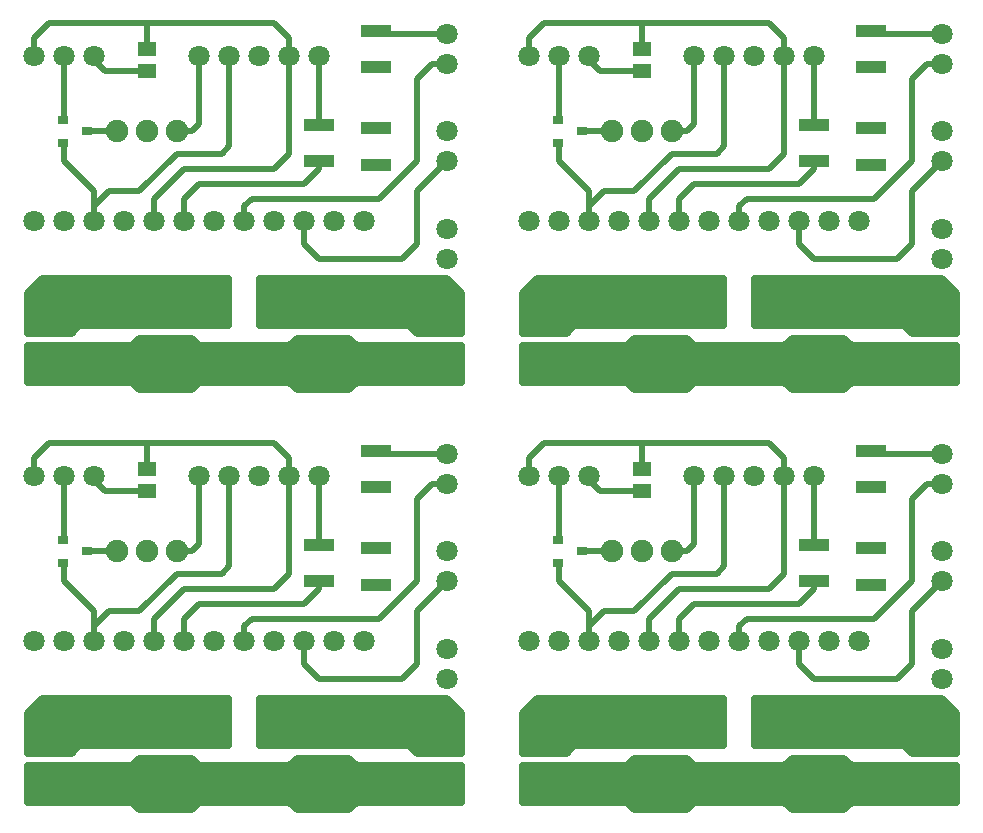
<source format=gbr>
%FSLAX34Y34*%
%MOMM*%
%LNCOPPER_TOP*%
G71*
G01*
%ADD10C, 1.80*%
%ADD11R, 2.50X1.00*%
%ADD12C, 4.50*%
%ADD13R, 1.60X1.30*%
%ADD14C, 3.00*%
%ADD15C, 2.00*%
%ADD16C, 1.90*%
%ADD17C, 1.80*%
%ADD18R, 0.90X0.70*%
%ADD19C, 0.50*%
%LPD*%
X279400Y927100D02*
G54D10*
D03*
X254000Y927100D02*
G54D10*
D03*
X228600Y927100D02*
G54D10*
D03*
X203200Y927100D02*
G54D10*
D03*
X177800Y927100D02*
G54D10*
D03*
X387350Y946150D02*
G54D10*
D03*
X387350Y920750D02*
G54D10*
D03*
X327620Y835620D02*
G54D11*
D03*
X327620Y866180D02*
G54D11*
D03*
X149225Y666750D02*
G54D12*
D03*
X282575Y666750D02*
G54D12*
D03*
X133350Y914400D02*
G54D13*
D03*
X133350Y933400D02*
G54D13*
D03*
G36*
X322620Y840620D02*
X332620Y840620D01*
X332620Y830620D01*
X322620Y830620D01*
X322620Y840620D01*
G37*
X381000Y706438D02*
G54D14*
D03*
X381000Y666750D02*
G54D14*
D03*
X50800Y666750D02*
G54D14*
D03*
X50800Y706438D02*
G54D14*
D03*
X155575Y730250D02*
G54D15*
D03*
X155575Y728662D02*
G54D15*
D03*
X155575Y727075D02*
G54D15*
D03*
X155575Y725488D02*
G54D15*
D03*
X155575Y723900D02*
G54D15*
D03*
X155575Y722312D02*
G54D15*
D03*
X155575Y720725D02*
G54D15*
D03*
X155575Y719138D02*
G54D15*
D03*
X155575Y717550D02*
G54D15*
D03*
X155575Y715962D02*
G54D15*
D03*
X155575Y714375D02*
G54D15*
D03*
X155575Y712788D02*
G54D15*
D03*
X155575Y711200D02*
G54D15*
D03*
X192088Y730250D02*
G54D15*
D03*
X192088Y728662D02*
G54D15*
D03*
X192088Y727075D02*
G54D15*
D03*
X192088Y725488D02*
G54D15*
D03*
X192088Y723900D02*
G54D15*
D03*
X192088Y722312D02*
G54D15*
D03*
X192088Y720725D02*
G54D15*
D03*
X192088Y719138D02*
G54D15*
D03*
X192088Y717550D02*
G54D15*
D03*
X192088Y715962D02*
G54D15*
D03*
X192088Y714375D02*
G54D15*
D03*
X192088Y712788D02*
G54D15*
D03*
X192088Y711200D02*
G54D15*
D03*
X239712Y730250D02*
G54D15*
D03*
X239712Y728662D02*
G54D15*
D03*
X239712Y727075D02*
G54D15*
D03*
X239712Y725488D02*
G54D15*
D03*
X239712Y723900D02*
G54D15*
D03*
X239712Y722312D02*
G54D15*
D03*
X239712Y720725D02*
G54D15*
D03*
X239712Y719138D02*
G54D15*
D03*
X239712Y717550D02*
G54D15*
D03*
X239712Y715962D02*
G54D15*
D03*
X239712Y714375D02*
G54D15*
D03*
X239712Y712788D02*
G54D15*
D03*
X239712Y711200D02*
G54D15*
D03*
X276225Y730250D02*
G54D15*
D03*
X276225Y728662D02*
G54D15*
D03*
X276225Y727075D02*
G54D15*
D03*
X276225Y725488D02*
G54D15*
D03*
X276225Y723900D02*
G54D15*
D03*
X276225Y722312D02*
G54D15*
D03*
X276225Y720725D02*
G54D15*
D03*
X276225Y719138D02*
G54D15*
D03*
X276225Y717550D02*
G54D15*
D03*
X276225Y715962D02*
G54D15*
D03*
X276225Y714375D02*
G54D15*
D03*
X276225Y712788D02*
G54D15*
D03*
X276225Y711200D02*
G54D15*
D03*
X387350Y863600D02*
G54D10*
D03*
X387350Y838200D02*
G54D10*
D03*
X387350Y781050D02*
G54D10*
D03*
X387350Y755650D02*
G54D10*
D03*
X107950Y863600D02*
G54D16*
D03*
X133350Y863600D02*
G54D16*
D03*
X158750Y863600D02*
G54D16*
D03*
X38100Y787400D02*
G54D17*
D03*
X63500Y787400D02*
G54D17*
D03*
X88900Y787400D02*
G54D17*
D03*
X114300Y787400D02*
G54D17*
D03*
X139700Y787400D02*
G54D17*
D03*
X165100Y787400D02*
G54D17*
D03*
X190500Y787400D02*
G54D17*
D03*
X215900Y787400D02*
G54D17*
D03*
X241300Y787400D02*
G54D17*
D03*
X266700Y787400D02*
G54D17*
D03*
X292100Y787400D02*
G54D17*
D03*
X317500Y787400D02*
G54D17*
D03*
X327620Y918170D02*
G54D11*
D03*
X327620Y948730D02*
G54D11*
D03*
X82550Y863600D02*
G54D18*
D03*
X62309Y873125D02*
G54D18*
D03*
X62309Y854075D02*
G54D18*
D03*
X88900Y927100D02*
G54D10*
D03*
X63500Y927100D02*
G54D10*
D03*
X38100Y927100D02*
G54D10*
D03*
X279400Y838200D02*
G54D11*
D03*
X279400Y868759D02*
G54D11*
D03*
G54D19*
X266700Y787400D02*
X266700Y768350D01*
X279400Y755650D01*
X349250Y755650D01*
X361950Y768350D01*
X361950Y812800D01*
X387350Y838200D01*
G36*
X322620Y871180D02*
X332620Y871180D01*
X332620Y861180D01*
X322620Y861180D01*
X322620Y871180D01*
G37*
G54D19*
X387350Y946150D02*
X330200Y946150D01*
X327620Y948730D01*
G54D19*
X215900Y787400D02*
X215900Y800100D01*
X222250Y806450D01*
X330200Y806450D01*
X361950Y838200D01*
X361950Y908050D01*
X374650Y920750D01*
X387350Y920750D01*
G36*
X322620Y923170D02*
X332620Y923170D01*
X332620Y913170D01*
X322620Y913170D01*
X322620Y923170D01*
G37*
G54D19*
X165100Y787400D02*
X165100Y806450D01*
X177800Y819150D01*
X266700Y819150D01*
X279400Y831850D01*
X279400Y838200D01*
G54D19*
X279400Y868759D02*
X279400Y927100D01*
G54D19*
X139700Y787400D02*
X139700Y806450D01*
X165100Y831850D01*
X241300Y831850D01*
X254000Y844550D01*
X254000Y927100D01*
G54D19*
X88900Y787400D02*
X88900Y800100D01*
X101600Y812800D01*
X127000Y812800D01*
X158750Y844550D01*
X196850Y844550D01*
X203200Y850900D01*
X203200Y927100D01*
G54D19*
X158750Y863600D02*
X171450Y863600D01*
X177800Y869950D01*
X177800Y927100D01*
G36*
X128350Y919400D02*
X138350Y919400D01*
X138350Y909400D01*
X128350Y909400D01*
X128350Y919400D01*
G37*
G54D19*
X82550Y863600D02*
X107950Y863600D01*
G36*
X31750Y682625D02*
X120650Y682625D01*
X127000Y688975D01*
X171450Y688975D01*
X177800Y682625D01*
X254000Y682625D01*
X260350Y688975D01*
X304800Y688975D01*
X311150Y682625D01*
X400050Y682625D01*
X400050Y650875D01*
X311150Y650875D01*
X304800Y644525D01*
X260350Y644525D01*
X254000Y650875D01*
X177800Y650875D01*
X171450Y644525D01*
X127000Y644525D01*
X120650Y650875D01*
X31750Y650875D01*
X31750Y682625D01*
G37*
G54D19*
X31750Y682625D02*
X120650Y682625D01*
X127000Y688975D01*
X171450Y688975D01*
X177800Y682625D01*
X254000Y682625D01*
X260350Y688975D01*
X304800Y688975D01*
X311150Y682625D01*
X400050Y682625D01*
X400050Y650875D01*
X311150Y650875D01*
X304800Y644525D01*
X260350Y644525D01*
X254000Y650875D01*
X177800Y650875D01*
X171450Y644525D01*
X127000Y644525D01*
X120650Y650875D01*
X31750Y650875D01*
X31750Y682625D01*
G36*
X31750Y692150D02*
X69850Y692150D01*
X76200Y698500D01*
X203200Y698500D01*
X203200Y739775D01*
X44450Y739775D01*
X31750Y727075D01*
X31750Y692150D01*
G37*
G54D19*
X31750Y692150D02*
X69850Y692150D01*
X76200Y698500D01*
X203200Y698500D01*
X203200Y739775D01*
X44450Y739775D01*
X31750Y727075D01*
X31750Y692150D01*
G36*
X228600Y698500D02*
X355600Y698500D01*
X361950Y692150D01*
X400050Y692150D01*
X400050Y727075D01*
X387350Y739775D01*
X228600Y739775D01*
X228600Y698500D01*
G37*
G54D19*
X228600Y698500D02*
X355600Y698500D01*
X361950Y692150D01*
X400050Y692150D01*
X400050Y727075D01*
X387350Y739775D01*
X228600Y739775D01*
X228600Y698500D01*
G54D19*
X254000Y927100D02*
X254000Y942975D01*
X241300Y955675D01*
X50800Y955675D01*
X38100Y942975D01*
X38100Y927100D01*
G54D19*
X133350Y933400D02*
X133350Y955675D01*
G54D19*
X88900Y927100D02*
X88900Y923925D01*
X98425Y914400D01*
X133350Y914400D01*
G54D19*
X63500Y927100D02*
X63500Y876300D01*
G54D19*
X88900Y787400D02*
X88900Y812800D01*
X63500Y838200D01*
X63500Y850900D01*
X698500Y927100D02*
G54D10*
D03*
X673100Y927100D02*
G54D10*
D03*
X647700Y927100D02*
G54D10*
D03*
X622300Y927100D02*
G54D10*
D03*
X596900Y927100D02*
G54D10*
D03*
X806450Y946150D02*
G54D10*
D03*
X806450Y920750D02*
G54D10*
D03*
X746720Y835620D02*
G54D11*
D03*
X746720Y866180D02*
G54D11*
D03*
X568325Y666750D02*
G54D12*
D03*
X701675Y666750D02*
G54D12*
D03*
X552450Y914400D02*
G54D13*
D03*
X552450Y933400D02*
G54D13*
D03*
G36*
X741720Y840620D02*
X751720Y840620D01*
X751720Y830620D01*
X741720Y830620D01*
X741720Y840620D01*
G37*
X800100Y706438D02*
G54D14*
D03*
X800100Y666750D02*
G54D14*
D03*
X469900Y666750D02*
G54D14*
D03*
X469900Y706438D02*
G54D14*
D03*
X574675Y730250D02*
G54D15*
D03*
X574675Y728662D02*
G54D15*
D03*
X574675Y727075D02*
G54D15*
D03*
X574675Y725488D02*
G54D15*
D03*
X574675Y723900D02*
G54D15*
D03*
X574675Y722312D02*
G54D15*
D03*
X574675Y720725D02*
G54D15*
D03*
X574675Y719138D02*
G54D15*
D03*
X574675Y717550D02*
G54D15*
D03*
X574675Y715962D02*
G54D15*
D03*
X574675Y714375D02*
G54D15*
D03*
X574675Y712788D02*
G54D15*
D03*
X574675Y711200D02*
G54D15*
D03*
X611188Y730250D02*
G54D15*
D03*
X611188Y728662D02*
G54D15*
D03*
X611188Y727075D02*
G54D15*
D03*
X611188Y725488D02*
G54D15*
D03*
X611188Y723900D02*
G54D15*
D03*
X611188Y722312D02*
G54D15*
D03*
X611188Y720725D02*
G54D15*
D03*
X611188Y719138D02*
G54D15*
D03*
X611188Y717550D02*
G54D15*
D03*
X611188Y715962D02*
G54D15*
D03*
X611188Y714375D02*
G54D15*
D03*
X611188Y712788D02*
G54D15*
D03*
X611188Y711200D02*
G54D15*
D03*
X658812Y730250D02*
G54D15*
D03*
X658812Y728662D02*
G54D15*
D03*
X658812Y727075D02*
G54D15*
D03*
X658812Y725488D02*
G54D15*
D03*
X658812Y723900D02*
G54D15*
D03*
X658812Y722312D02*
G54D15*
D03*
X658812Y720725D02*
G54D15*
D03*
X658812Y719138D02*
G54D15*
D03*
X658812Y717550D02*
G54D15*
D03*
X658812Y715962D02*
G54D15*
D03*
X658812Y714375D02*
G54D15*
D03*
X658812Y712788D02*
G54D15*
D03*
X658812Y711200D02*
G54D15*
D03*
X695325Y730250D02*
G54D15*
D03*
X695325Y728662D02*
G54D15*
D03*
X695325Y727075D02*
G54D15*
D03*
X695325Y725488D02*
G54D15*
D03*
X695325Y723900D02*
G54D15*
D03*
X695325Y722312D02*
G54D15*
D03*
X695325Y720725D02*
G54D15*
D03*
X695325Y719138D02*
G54D15*
D03*
X695325Y717550D02*
G54D15*
D03*
X695325Y715962D02*
G54D15*
D03*
X695325Y714375D02*
G54D15*
D03*
X695325Y712788D02*
G54D15*
D03*
X695325Y711200D02*
G54D15*
D03*
X806450Y863600D02*
G54D10*
D03*
X806450Y838200D02*
G54D10*
D03*
X806450Y781050D02*
G54D10*
D03*
X806450Y755650D02*
G54D10*
D03*
X527050Y863600D02*
G54D16*
D03*
X552450Y863600D02*
G54D16*
D03*
X577850Y863600D02*
G54D16*
D03*
X457200Y787400D02*
G54D17*
D03*
X482600Y787400D02*
G54D17*
D03*
X508000Y787400D02*
G54D17*
D03*
X533400Y787400D02*
G54D17*
D03*
X558800Y787400D02*
G54D17*
D03*
X584200Y787400D02*
G54D17*
D03*
X609600Y787400D02*
G54D17*
D03*
X635000Y787400D02*
G54D17*
D03*
X660400Y787400D02*
G54D17*
D03*
X685800Y787400D02*
G54D17*
D03*
X711200Y787400D02*
G54D17*
D03*
X736600Y787400D02*
G54D17*
D03*
X746720Y918170D02*
G54D11*
D03*
X746720Y948730D02*
G54D11*
D03*
X501650Y863600D02*
G54D18*
D03*
X481409Y873125D02*
G54D18*
D03*
X481409Y854075D02*
G54D18*
D03*
X508000Y927100D02*
G54D10*
D03*
X482600Y927100D02*
G54D10*
D03*
X457200Y927100D02*
G54D10*
D03*
X698500Y838200D02*
G54D11*
D03*
X698500Y868759D02*
G54D11*
D03*
G54D19*
X685800Y787400D02*
X685800Y768350D01*
X698500Y755650D01*
X768350Y755650D01*
X781050Y768350D01*
X781050Y812800D01*
X806450Y838200D01*
G36*
X741720Y871180D02*
X751720Y871180D01*
X751720Y861180D01*
X741720Y861180D01*
X741720Y871180D01*
G37*
G54D19*
X806450Y946150D02*
X749300Y946150D01*
X746720Y948730D01*
G54D19*
X635000Y787400D02*
X635000Y800100D01*
X641350Y806450D01*
X749300Y806450D01*
X781050Y838200D01*
X781050Y908050D01*
X793750Y920750D01*
X806450Y920750D01*
G36*
X741720Y923170D02*
X751720Y923170D01*
X751720Y913170D01*
X741720Y913170D01*
X741720Y923170D01*
G37*
G54D19*
X584200Y787400D02*
X584200Y806450D01*
X596900Y819150D01*
X685800Y819150D01*
X698500Y831850D01*
X698500Y838200D01*
G54D19*
X698500Y868759D02*
X698500Y927100D01*
G54D19*
X558800Y787400D02*
X558800Y806450D01*
X584200Y831850D01*
X660400Y831850D01*
X673100Y844550D01*
X673100Y927100D01*
G54D19*
X508000Y787400D02*
X508000Y800100D01*
X520700Y812800D01*
X546100Y812800D01*
X577850Y844550D01*
X615950Y844550D01*
X622300Y850900D01*
X622300Y927100D01*
G54D19*
X577850Y863600D02*
X590550Y863600D01*
X596900Y869950D01*
X596900Y927100D01*
G36*
X547450Y919400D02*
X557450Y919400D01*
X557450Y909400D01*
X547450Y909400D01*
X547450Y919400D01*
G37*
G54D19*
X501650Y863600D02*
X527050Y863600D01*
G36*
X450850Y682625D02*
X539750Y682625D01*
X546100Y688975D01*
X590550Y688975D01*
X596900Y682625D01*
X673100Y682625D01*
X679450Y688975D01*
X723900Y688975D01*
X730250Y682625D01*
X819150Y682625D01*
X819150Y650875D01*
X730250Y650875D01*
X723900Y644525D01*
X679450Y644525D01*
X673100Y650875D01*
X596900Y650875D01*
X590550Y644525D01*
X546100Y644525D01*
X539750Y650875D01*
X450850Y650875D01*
X450850Y682625D01*
G37*
G54D19*
X450850Y682625D02*
X539750Y682625D01*
X546100Y688975D01*
X590550Y688975D01*
X596900Y682625D01*
X673100Y682625D01*
X679450Y688975D01*
X723900Y688975D01*
X730250Y682625D01*
X819150Y682625D01*
X819150Y650875D01*
X730250Y650875D01*
X723900Y644525D01*
X679450Y644525D01*
X673100Y650875D01*
X596900Y650875D01*
X590550Y644525D01*
X546100Y644525D01*
X539750Y650875D01*
X450850Y650875D01*
X450850Y682625D01*
G36*
X450850Y692150D02*
X488950Y692150D01*
X495300Y698500D01*
X622300Y698500D01*
X622300Y739775D01*
X463550Y739775D01*
X450850Y727075D01*
X450850Y692150D01*
G37*
G54D19*
X450850Y692150D02*
X488950Y692150D01*
X495300Y698500D01*
X622300Y698500D01*
X622300Y739775D01*
X463550Y739775D01*
X450850Y727075D01*
X450850Y692150D01*
G36*
X647700Y698500D02*
X774700Y698500D01*
X781050Y692150D01*
X819150Y692150D01*
X819150Y727075D01*
X806450Y739775D01*
X647700Y739775D01*
X647700Y698500D01*
G37*
G54D19*
X647700Y698500D02*
X774700Y698500D01*
X781050Y692150D01*
X819150Y692150D01*
X819150Y727075D01*
X806450Y739775D01*
X647700Y739775D01*
X647700Y698500D01*
G54D19*
X673100Y927100D02*
X673100Y942975D01*
X660400Y955675D01*
X469900Y955675D01*
X457200Y942975D01*
X457200Y927100D01*
G54D19*
X552450Y933400D02*
X552450Y955675D01*
G54D19*
X508000Y927100D02*
X508000Y923925D01*
X517525Y914400D01*
X552450Y914400D01*
G54D19*
X482600Y927100D02*
X482600Y876300D01*
G54D19*
X508000Y787400D02*
X508000Y812800D01*
X482600Y838200D01*
X482600Y850900D01*
X279400Y571500D02*
G54D10*
D03*
X254000Y571500D02*
G54D10*
D03*
X228600Y571500D02*
G54D10*
D03*
X203200Y571500D02*
G54D10*
D03*
X177800Y571500D02*
G54D10*
D03*
X387350Y590550D02*
G54D10*
D03*
X387350Y565150D02*
G54D10*
D03*
X327620Y480020D02*
G54D11*
D03*
X327620Y510580D02*
G54D11*
D03*
X149225Y311150D02*
G54D12*
D03*
X282575Y311150D02*
G54D12*
D03*
X133350Y558800D02*
G54D13*
D03*
X133350Y577800D02*
G54D13*
D03*
G36*
X322620Y485020D02*
X332620Y485020D01*
X332620Y475020D01*
X322620Y475020D01*
X322620Y485020D01*
G37*
X381000Y350838D02*
G54D14*
D03*
X381000Y311150D02*
G54D14*
D03*
X50800Y311150D02*
G54D14*
D03*
X50800Y350838D02*
G54D14*
D03*
X155575Y374650D02*
G54D15*
D03*
X155575Y373062D02*
G54D15*
D03*
X155575Y371475D02*
G54D15*
D03*
X155575Y369888D02*
G54D15*
D03*
X155575Y368300D02*
G54D15*
D03*
X155575Y366712D02*
G54D15*
D03*
X155575Y365125D02*
G54D15*
D03*
X155575Y363538D02*
G54D15*
D03*
X155575Y361950D02*
G54D15*
D03*
X155575Y360362D02*
G54D15*
D03*
X155575Y358775D02*
G54D15*
D03*
X155575Y357188D02*
G54D15*
D03*
X155575Y355600D02*
G54D15*
D03*
X192088Y374650D02*
G54D15*
D03*
X192088Y373062D02*
G54D15*
D03*
X192088Y371475D02*
G54D15*
D03*
X192088Y369888D02*
G54D15*
D03*
X192088Y368300D02*
G54D15*
D03*
X192088Y366712D02*
G54D15*
D03*
X192088Y365125D02*
G54D15*
D03*
X192088Y363538D02*
G54D15*
D03*
X192088Y361950D02*
G54D15*
D03*
X192088Y360362D02*
G54D15*
D03*
X192088Y358775D02*
G54D15*
D03*
X192088Y357188D02*
G54D15*
D03*
X192088Y355600D02*
G54D15*
D03*
X239712Y374650D02*
G54D15*
D03*
X239712Y373062D02*
G54D15*
D03*
X239712Y371475D02*
G54D15*
D03*
X239712Y369888D02*
G54D15*
D03*
X239712Y368300D02*
G54D15*
D03*
X239712Y366712D02*
G54D15*
D03*
X239712Y365125D02*
G54D15*
D03*
X239712Y363538D02*
G54D15*
D03*
X239712Y361950D02*
G54D15*
D03*
X239712Y360362D02*
G54D15*
D03*
X239712Y358775D02*
G54D15*
D03*
X239712Y357188D02*
G54D15*
D03*
X239712Y355600D02*
G54D15*
D03*
X276225Y374650D02*
G54D15*
D03*
X276225Y373062D02*
G54D15*
D03*
X276225Y371475D02*
G54D15*
D03*
X276225Y369888D02*
G54D15*
D03*
X276225Y368300D02*
G54D15*
D03*
X276225Y366712D02*
G54D15*
D03*
X276225Y365125D02*
G54D15*
D03*
X276225Y363538D02*
G54D15*
D03*
X276225Y361950D02*
G54D15*
D03*
X276225Y360362D02*
G54D15*
D03*
X276225Y358775D02*
G54D15*
D03*
X276225Y357188D02*
G54D15*
D03*
X276225Y355600D02*
G54D15*
D03*
X387350Y508000D02*
G54D10*
D03*
X387350Y482600D02*
G54D10*
D03*
X387350Y425450D02*
G54D10*
D03*
X387350Y400050D02*
G54D10*
D03*
X107950Y508000D02*
G54D16*
D03*
X133350Y508000D02*
G54D16*
D03*
X158750Y508000D02*
G54D16*
D03*
X38100Y431800D02*
G54D17*
D03*
X63500Y431800D02*
G54D17*
D03*
X88900Y431800D02*
G54D17*
D03*
X114300Y431800D02*
G54D17*
D03*
X139700Y431800D02*
G54D17*
D03*
X165100Y431800D02*
G54D17*
D03*
X190500Y431800D02*
G54D17*
D03*
X215900Y431800D02*
G54D17*
D03*
X241300Y431800D02*
G54D17*
D03*
X266700Y431800D02*
G54D17*
D03*
X292100Y431800D02*
G54D17*
D03*
X317500Y431800D02*
G54D17*
D03*
X327620Y562570D02*
G54D11*
D03*
X327620Y593130D02*
G54D11*
D03*
X82550Y508000D02*
G54D18*
D03*
X62309Y517525D02*
G54D18*
D03*
X62309Y498475D02*
G54D18*
D03*
X88900Y571500D02*
G54D10*
D03*
X63500Y571500D02*
G54D10*
D03*
X38100Y571500D02*
G54D10*
D03*
X279400Y482600D02*
G54D11*
D03*
X279400Y513159D02*
G54D11*
D03*
G54D19*
X266700Y431800D02*
X266700Y412750D01*
X279400Y400050D01*
X349250Y400050D01*
X361950Y412750D01*
X361950Y457200D01*
X387350Y482600D01*
G36*
X322620Y515580D02*
X332620Y515580D01*
X332620Y505580D01*
X322620Y505580D01*
X322620Y515580D01*
G37*
G54D19*
X387350Y590550D02*
X330200Y590550D01*
X327620Y593130D01*
G54D19*
X215900Y431800D02*
X215900Y444500D01*
X222250Y450850D01*
X330200Y450850D01*
X361950Y482600D01*
X361950Y552450D01*
X374650Y565150D01*
X387350Y565150D01*
G36*
X322620Y567570D02*
X332620Y567570D01*
X332620Y557570D01*
X322620Y557570D01*
X322620Y567570D01*
G37*
G54D19*
X165100Y431800D02*
X165100Y450850D01*
X177800Y463550D01*
X266700Y463550D01*
X279400Y476250D01*
X279400Y482600D01*
G54D19*
X279400Y513159D02*
X279400Y571500D01*
G54D19*
X139700Y431800D02*
X139700Y450850D01*
X165100Y476250D01*
X241300Y476250D01*
X254000Y488950D01*
X254000Y571500D01*
G54D19*
X88900Y431800D02*
X88900Y444500D01*
X101600Y457200D01*
X127000Y457200D01*
X158750Y488950D01*
X196850Y488950D01*
X203200Y495300D01*
X203200Y571500D01*
G54D19*
X158750Y508000D02*
X171450Y508000D01*
X177800Y514350D01*
X177800Y571500D01*
G36*
X128350Y563800D02*
X138350Y563800D01*
X138350Y553800D01*
X128350Y553800D01*
X128350Y563800D01*
G37*
G54D19*
X82550Y508000D02*
X107950Y508000D01*
G36*
X31750Y327025D02*
X120650Y327025D01*
X127000Y333375D01*
X171450Y333375D01*
X177800Y327025D01*
X254000Y327025D01*
X260350Y333375D01*
X304800Y333375D01*
X311150Y327025D01*
X400050Y327025D01*
X400050Y295275D01*
X311150Y295275D01*
X304800Y288925D01*
X260350Y288925D01*
X254000Y295275D01*
X177800Y295275D01*
X171450Y288925D01*
X127000Y288925D01*
X120650Y295275D01*
X31750Y295275D01*
X31750Y327025D01*
G37*
G54D19*
X31750Y327025D02*
X120650Y327025D01*
X127000Y333375D01*
X171450Y333375D01*
X177800Y327025D01*
X254000Y327025D01*
X260350Y333375D01*
X304800Y333375D01*
X311150Y327025D01*
X400050Y327025D01*
X400050Y295275D01*
X311150Y295275D01*
X304800Y288925D01*
X260350Y288925D01*
X254000Y295275D01*
X177800Y295275D01*
X171450Y288925D01*
X127000Y288925D01*
X120650Y295275D01*
X31750Y295275D01*
X31750Y327025D01*
G36*
X31750Y336550D02*
X69850Y336550D01*
X76200Y342900D01*
X203200Y342900D01*
X203200Y384175D01*
X44450Y384175D01*
X31750Y371475D01*
X31750Y336550D01*
G37*
G54D19*
X31750Y336550D02*
X69850Y336550D01*
X76200Y342900D01*
X203200Y342900D01*
X203200Y384175D01*
X44450Y384175D01*
X31750Y371475D01*
X31750Y336550D01*
G36*
X228600Y342900D02*
X355600Y342900D01*
X361950Y336550D01*
X400050Y336550D01*
X400050Y371475D01*
X387350Y384175D01*
X228600Y384175D01*
X228600Y342900D01*
G37*
G54D19*
X228600Y342900D02*
X355600Y342900D01*
X361950Y336550D01*
X400050Y336550D01*
X400050Y371475D01*
X387350Y384175D01*
X228600Y384175D01*
X228600Y342900D01*
G54D19*
X254000Y571500D02*
X254000Y587375D01*
X241300Y600075D01*
X50800Y600075D01*
X38100Y587375D01*
X38100Y571500D01*
G54D19*
X133350Y577800D02*
X133350Y600075D01*
G54D19*
X88900Y571500D02*
X88900Y568325D01*
X98425Y558800D01*
X133350Y558800D01*
G54D19*
X63500Y571500D02*
X63500Y520700D01*
G54D19*
X88900Y431800D02*
X88900Y457200D01*
X63500Y482600D01*
X63500Y495300D01*
X698500Y571500D02*
G54D10*
D03*
X673100Y571500D02*
G54D10*
D03*
X647700Y571500D02*
G54D10*
D03*
X622300Y571500D02*
G54D10*
D03*
X596900Y571500D02*
G54D10*
D03*
X806450Y590550D02*
G54D10*
D03*
X806450Y565150D02*
G54D10*
D03*
X746720Y480020D02*
G54D11*
D03*
X746720Y510580D02*
G54D11*
D03*
X568325Y311150D02*
G54D12*
D03*
X701675Y311150D02*
G54D12*
D03*
X552450Y558800D02*
G54D13*
D03*
X552450Y577800D02*
G54D13*
D03*
G36*
X741720Y485020D02*
X751720Y485020D01*
X751720Y475020D01*
X741720Y475020D01*
X741720Y485020D01*
G37*
X800100Y350838D02*
G54D14*
D03*
X800100Y311150D02*
G54D14*
D03*
X469900Y311150D02*
G54D14*
D03*
X469900Y350838D02*
G54D14*
D03*
X574675Y374650D02*
G54D15*
D03*
X574675Y373062D02*
G54D15*
D03*
X574675Y371475D02*
G54D15*
D03*
X574675Y369888D02*
G54D15*
D03*
X574675Y368300D02*
G54D15*
D03*
X574675Y366712D02*
G54D15*
D03*
X574675Y365125D02*
G54D15*
D03*
X574675Y363538D02*
G54D15*
D03*
X574675Y361950D02*
G54D15*
D03*
X574675Y360362D02*
G54D15*
D03*
X574675Y358775D02*
G54D15*
D03*
X574675Y357188D02*
G54D15*
D03*
X574675Y355600D02*
G54D15*
D03*
X611188Y374650D02*
G54D15*
D03*
X611188Y373062D02*
G54D15*
D03*
X611188Y371475D02*
G54D15*
D03*
X611188Y369888D02*
G54D15*
D03*
X611188Y368300D02*
G54D15*
D03*
X611188Y366712D02*
G54D15*
D03*
X611188Y365125D02*
G54D15*
D03*
X611188Y363538D02*
G54D15*
D03*
X611188Y361950D02*
G54D15*
D03*
X611188Y360362D02*
G54D15*
D03*
X611188Y358775D02*
G54D15*
D03*
X611188Y357188D02*
G54D15*
D03*
X611188Y355600D02*
G54D15*
D03*
X658812Y374650D02*
G54D15*
D03*
X658812Y373062D02*
G54D15*
D03*
X658812Y371475D02*
G54D15*
D03*
X658812Y369888D02*
G54D15*
D03*
X658812Y368300D02*
G54D15*
D03*
X658812Y366712D02*
G54D15*
D03*
X658812Y365125D02*
G54D15*
D03*
X658812Y363538D02*
G54D15*
D03*
X658812Y361950D02*
G54D15*
D03*
X658812Y360362D02*
G54D15*
D03*
X658812Y358775D02*
G54D15*
D03*
X658812Y357188D02*
G54D15*
D03*
X658812Y355600D02*
G54D15*
D03*
X695325Y374650D02*
G54D15*
D03*
X695325Y373062D02*
G54D15*
D03*
X695325Y371475D02*
G54D15*
D03*
X695325Y369888D02*
G54D15*
D03*
X695325Y368300D02*
G54D15*
D03*
X695325Y366712D02*
G54D15*
D03*
X695325Y365125D02*
G54D15*
D03*
X695325Y363538D02*
G54D15*
D03*
X695325Y361950D02*
G54D15*
D03*
X695325Y360362D02*
G54D15*
D03*
X695325Y358775D02*
G54D15*
D03*
X695325Y357188D02*
G54D15*
D03*
X695325Y355600D02*
G54D15*
D03*
X806450Y508000D02*
G54D10*
D03*
X806450Y482600D02*
G54D10*
D03*
X806450Y425450D02*
G54D10*
D03*
X806450Y400050D02*
G54D10*
D03*
X527050Y508000D02*
G54D16*
D03*
X552450Y508000D02*
G54D16*
D03*
X577850Y508000D02*
G54D16*
D03*
X457200Y431800D02*
G54D17*
D03*
X482600Y431800D02*
G54D17*
D03*
X508000Y431800D02*
G54D17*
D03*
X533400Y431800D02*
G54D17*
D03*
X558800Y431800D02*
G54D17*
D03*
X584200Y431800D02*
G54D17*
D03*
X609600Y431800D02*
G54D17*
D03*
X635000Y431800D02*
G54D17*
D03*
X660400Y431800D02*
G54D17*
D03*
X685800Y431800D02*
G54D17*
D03*
X711200Y431800D02*
G54D17*
D03*
X736600Y431800D02*
G54D17*
D03*
X746720Y562570D02*
G54D11*
D03*
X746720Y593130D02*
G54D11*
D03*
X501650Y508000D02*
G54D18*
D03*
X481409Y517525D02*
G54D18*
D03*
X481409Y498475D02*
G54D18*
D03*
X508000Y571500D02*
G54D10*
D03*
X482600Y571500D02*
G54D10*
D03*
X457200Y571500D02*
G54D10*
D03*
X698500Y482600D02*
G54D11*
D03*
X698500Y513159D02*
G54D11*
D03*
G54D19*
X685800Y431800D02*
X685800Y412750D01*
X698500Y400050D01*
X768350Y400050D01*
X781050Y412750D01*
X781050Y457200D01*
X806450Y482600D01*
G36*
X741720Y515580D02*
X751720Y515580D01*
X751720Y505580D01*
X741720Y505580D01*
X741720Y515580D01*
G37*
G54D19*
X806450Y590550D02*
X749300Y590550D01*
X746720Y593130D01*
G54D19*
X635000Y431800D02*
X635000Y444500D01*
X641350Y450850D01*
X749300Y450850D01*
X781050Y482600D01*
X781050Y552450D01*
X793750Y565150D01*
X806450Y565150D01*
G36*
X741720Y567570D02*
X751720Y567570D01*
X751720Y557570D01*
X741720Y557570D01*
X741720Y567570D01*
G37*
G54D19*
X584200Y431800D02*
X584200Y450850D01*
X596900Y463550D01*
X685800Y463550D01*
X698500Y476250D01*
X698500Y482600D01*
G54D19*
X698500Y513159D02*
X698500Y571500D01*
G54D19*
X558800Y431800D02*
X558800Y450850D01*
X584200Y476250D01*
X660400Y476250D01*
X673100Y488950D01*
X673100Y571500D01*
G54D19*
X508000Y431800D02*
X508000Y444500D01*
X520700Y457200D01*
X546100Y457200D01*
X577850Y488950D01*
X615950Y488950D01*
X622300Y495300D01*
X622300Y571500D01*
G54D19*
X577850Y508000D02*
X590550Y508000D01*
X596900Y514350D01*
X596900Y571500D01*
G36*
X547450Y563800D02*
X557450Y563800D01*
X557450Y553800D01*
X547450Y553800D01*
X547450Y563800D01*
G37*
G54D19*
X501650Y508000D02*
X527050Y508000D01*
G36*
X450850Y327025D02*
X539750Y327025D01*
X546100Y333375D01*
X590550Y333375D01*
X596900Y327025D01*
X673100Y327025D01*
X679450Y333375D01*
X723900Y333375D01*
X730250Y327025D01*
X819150Y327025D01*
X819150Y295275D01*
X730250Y295275D01*
X723900Y288925D01*
X679450Y288925D01*
X673100Y295275D01*
X596900Y295275D01*
X590550Y288925D01*
X546100Y288925D01*
X539750Y295275D01*
X450850Y295275D01*
X450850Y327025D01*
G37*
G54D19*
X450850Y327025D02*
X539750Y327025D01*
X546100Y333375D01*
X590550Y333375D01*
X596900Y327025D01*
X673100Y327025D01*
X679450Y333375D01*
X723900Y333375D01*
X730250Y327025D01*
X819150Y327025D01*
X819150Y295275D01*
X730250Y295275D01*
X723900Y288925D01*
X679450Y288925D01*
X673100Y295275D01*
X596900Y295275D01*
X590550Y288925D01*
X546100Y288925D01*
X539750Y295275D01*
X450850Y295275D01*
X450850Y327025D01*
G36*
X450850Y336550D02*
X488950Y336550D01*
X495300Y342900D01*
X622300Y342900D01*
X622300Y384175D01*
X463550Y384175D01*
X450850Y371475D01*
X450850Y336550D01*
G37*
G54D19*
X450850Y336550D02*
X488950Y336550D01*
X495300Y342900D01*
X622300Y342900D01*
X622300Y384175D01*
X463550Y384175D01*
X450850Y371475D01*
X450850Y336550D01*
G36*
X647700Y342900D02*
X774700Y342900D01*
X781050Y336550D01*
X819150Y336550D01*
X819150Y371475D01*
X806450Y384175D01*
X647700Y384175D01*
X647700Y342900D01*
G37*
G54D19*
X647700Y342900D02*
X774700Y342900D01*
X781050Y336550D01*
X819150Y336550D01*
X819150Y371475D01*
X806450Y384175D01*
X647700Y384175D01*
X647700Y342900D01*
G54D19*
X673100Y571500D02*
X673100Y587375D01*
X660400Y600075D01*
X469900Y600075D01*
X457200Y587375D01*
X457200Y571500D01*
G54D19*
X552450Y577800D02*
X552450Y600075D01*
G54D19*
X508000Y571500D02*
X508000Y568325D01*
X517525Y558800D01*
X552450Y558800D01*
G54D19*
X482600Y571500D02*
X482600Y520700D01*
G54D19*
X508000Y431800D02*
X508000Y457200D01*
X482600Y482600D01*
X482600Y495300D01*
M02*

</source>
